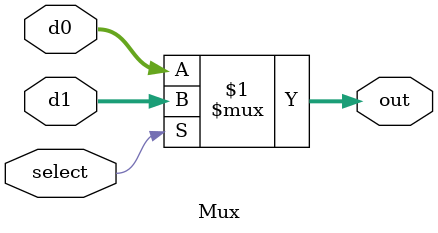
<source format=v>
`timescale 1ns / 1ps
module Mux#(parameter WIDTH = 32)(
		input[WIDTH-1:0] d0, d1,
		input select,
		output[WIDTH-1:0] out
    );

	assign out = select ? d1 : d0;		//If select is high, output the second argument, otherwise output the first

endmodule

</source>
